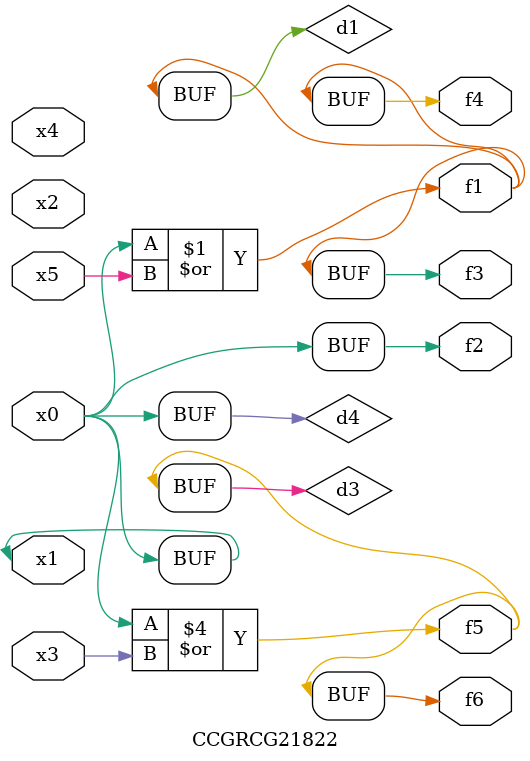
<source format=v>
module CCGRCG21822(
	input x0, x1, x2, x3, x4, x5,
	output f1, f2, f3, f4, f5, f6
);

	wire d1, d2, d3, d4;

	or (d1, x0, x5);
	xnor (d2, x1, x4);
	or (d3, x0, x3);
	buf (d4, x0, x1);
	assign f1 = d1;
	assign f2 = d4;
	assign f3 = d1;
	assign f4 = d1;
	assign f5 = d3;
	assign f6 = d3;
endmodule

</source>
